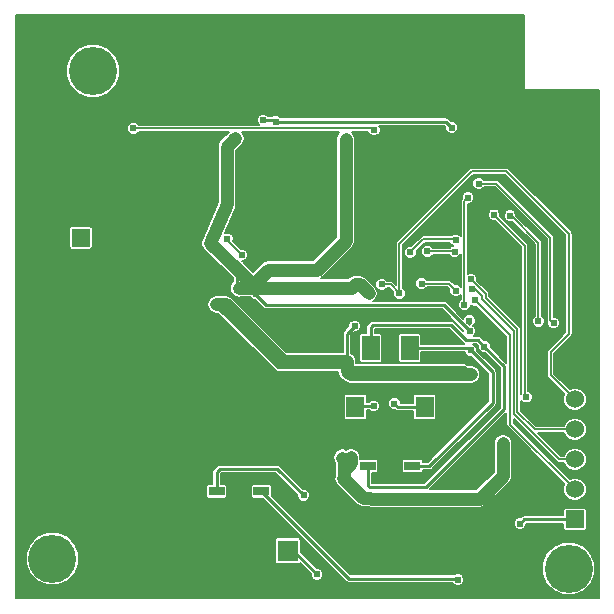
<source format=gbl>
G04 (created by PCBNEW (2013-07-07 BZR 4022)-stable) date Mon 15 Dec 2014 10:20:57 PM EET*
%MOIN*%
G04 Gerber Fmt 3.4, Leading zero omitted, Abs format*
%FSLAX34Y34*%
G01*
G70*
G90*
G04 APERTURE LIST*
%ADD10C,0.006*%
%ADD11R,0.0531496X0.0295276*%
%ADD12R,0.06X0.08*%
%ADD13R,0.06X0.06*%
%ADD14C,0.06*%
%ADD15R,0.0610236X0.0708661*%
%ADD16R,0.0688976X0.0708661*%
%ADD17C,0.0244094*%
%ADD18C,0.16*%
%ADD19C,0.01*%
%ADD20C,0.0442913*%
%ADD21C,0.00598425*%
G04 APERTURE END LIST*
G54D10*
G54D11*
X92133Y-59283D03*
X93629Y-59283D03*
X87098Y-60125D03*
X88594Y-60125D03*
G54D12*
X93531Y-55346D03*
X92231Y-55346D03*
G54D13*
X82578Y-51673D03*
G54D14*
X81578Y-51673D03*
G54D13*
X99043Y-61062D03*
G54D14*
X99043Y-60062D03*
X99043Y-59062D03*
X99043Y-58062D03*
X99043Y-57062D03*
X99043Y-56062D03*
G54D15*
X91730Y-57314D03*
X94033Y-57314D03*
G54D16*
X86659Y-62106D03*
X89474Y-62106D03*
G54D17*
X97185Y-46870D03*
X97185Y-46594D03*
X97185Y-46318D03*
X97185Y-46043D03*
X97185Y-45748D03*
X97185Y-45413D03*
X97185Y-45059D03*
X97185Y-44685D03*
X97165Y-44429D03*
X97460Y-46909D03*
X97755Y-46909D03*
X98070Y-46909D03*
X98385Y-46909D03*
X99370Y-46909D03*
X99645Y-46909D03*
X98248Y-47185D03*
X98051Y-47381D03*
X97795Y-47637D03*
X97578Y-47854D03*
X97381Y-48051D03*
X97165Y-48267D03*
X97755Y-48996D03*
X97972Y-48799D03*
X98208Y-48562D03*
X98444Y-48326D03*
X98681Y-48090D03*
X98917Y-47854D03*
X99153Y-47618D03*
X99350Y-47381D03*
X99370Y-47145D03*
X92539Y-51200D03*
X92535Y-51606D03*
X92539Y-52259D03*
X91877Y-51559D03*
X91763Y-52106D03*
X91425Y-52448D03*
X90850Y-50885D03*
X90822Y-51448D03*
X96011Y-46389D03*
X95893Y-46929D03*
X95905Y-47523D03*
X96755Y-47283D03*
X96661Y-48090D03*
X95885Y-48712D03*
X95429Y-48838D03*
X96496Y-48413D03*
X95366Y-47692D03*
X96543Y-46598D03*
X94905Y-46724D03*
X93228Y-47039D03*
X93381Y-46629D03*
X92503Y-46342D03*
X93129Y-46220D03*
X92870Y-46610D03*
X91811Y-46850D03*
X90921Y-46669D03*
X90169Y-45429D03*
X89799Y-45799D03*
X91011Y-44578D03*
X91771Y-44590D03*
X92559Y-44740D03*
X93409Y-44688D03*
X89129Y-44590D03*
X88208Y-44740D03*
X88031Y-45551D03*
X85149Y-44759D03*
X84208Y-45330D03*
X84629Y-45929D03*
X80818Y-46740D03*
X83779Y-44598D03*
X83039Y-44669D03*
X83551Y-47444D03*
X84133Y-46846D03*
X84448Y-47326D03*
X81870Y-47354D03*
X81059Y-47291D03*
X84629Y-44818D03*
X89173Y-47220D03*
X87779Y-46484D03*
X87795Y-47370D03*
X84921Y-49192D03*
X85822Y-49543D03*
X84720Y-49917D03*
X85295Y-49763D03*
X85141Y-48641D03*
X86570Y-49940D03*
X86185Y-50543D03*
X84968Y-50641D03*
X80850Y-49590D03*
X80669Y-51133D03*
X80791Y-52696D03*
X83236Y-52708D03*
X84161Y-52996D03*
X84196Y-51118D03*
X85633Y-58948D03*
X86248Y-58822D03*
X86602Y-58259D03*
X86421Y-57681D03*
X85338Y-57492D03*
X85015Y-57830D03*
X85023Y-58295D03*
X85240Y-58724D03*
X85929Y-57385D03*
X85007Y-56980D03*
X84448Y-57657D03*
X84377Y-58433D03*
X84909Y-59299D03*
X85799Y-59570D03*
X86610Y-59358D03*
X87157Y-58677D03*
X87240Y-57992D03*
X87066Y-57464D03*
X86763Y-57086D03*
X86370Y-56834D03*
X85917Y-56724D03*
X85429Y-56767D03*
X84681Y-57251D03*
X91240Y-61169D03*
X93031Y-61019D03*
X94409Y-61940D03*
X94440Y-62385D03*
X95370Y-61078D03*
X96212Y-60933D03*
X96673Y-61425D03*
X95055Y-61996D03*
X90944Y-63389D03*
X96539Y-63389D03*
X96913Y-62759D03*
X97574Y-62909D03*
X99641Y-61838D03*
X98220Y-61618D03*
X97566Y-59248D03*
X97551Y-59625D03*
X95838Y-61251D03*
X95118Y-61551D03*
X95988Y-59051D03*
X98259Y-60051D03*
X84039Y-59850D03*
X85094Y-60181D03*
X83401Y-59055D03*
X97649Y-55948D03*
X97645Y-56421D03*
X99374Y-54433D03*
X99389Y-52409D03*
X98559Y-49736D03*
X99118Y-48893D03*
X99259Y-50681D03*
X99330Y-49594D03*
X91885Y-54255D03*
X89649Y-55251D03*
X90240Y-56921D03*
X92330Y-57858D03*
X94318Y-58015D03*
X91078Y-57846D03*
X92681Y-57870D03*
X91055Y-56531D03*
X91649Y-56704D03*
X89000Y-50350D03*
G54D18*
X82980Y-46110D03*
X98838Y-62700D03*
X81629Y-62370D03*
G54D17*
X95358Y-53909D03*
X95480Y-50330D03*
X92607Y-53225D03*
X93196Y-53523D03*
X95035Y-52141D03*
X95602Y-53385D03*
X94127Y-52129D03*
X95066Y-51744D03*
X95578Y-53059D03*
X93552Y-52157D03*
X95716Y-53751D03*
X95074Y-53437D03*
X93931Y-53204D03*
X96881Y-50940D03*
X97830Y-54452D03*
X95842Y-49866D03*
X98338Y-54515D03*
X96346Y-50909D03*
X97425Y-56984D03*
X87460Y-51716D03*
X87944Y-52244D03*
X84326Y-48027D03*
X92354Y-48082D03*
X88648Y-47753D03*
X94940Y-48000D03*
X89065Y-47798D03*
X88751Y-49488D03*
X88366Y-49488D03*
X89484Y-49594D03*
X90885Y-50460D03*
X91850Y-51212D03*
X92472Y-50799D03*
X87228Y-63468D03*
X85799Y-58169D03*
X85535Y-50381D03*
X90673Y-57448D03*
X89460Y-51519D03*
X86889Y-52862D03*
X89389Y-54389D03*
X96023Y-55299D03*
X95566Y-55421D03*
X93023Y-57204D03*
X90000Y-60251D03*
X95145Y-63074D03*
X92338Y-57279D03*
X90448Y-62893D03*
X87448Y-50173D03*
X87440Y-49803D03*
X92165Y-53519D03*
X89047Y-55574D03*
X88405Y-53539D03*
X95527Y-54440D03*
X87787Y-52720D03*
X87795Y-53409D03*
X96644Y-58527D03*
X91287Y-59007D03*
X89362Y-55846D03*
X89692Y-55803D03*
X91708Y-53228D03*
X96644Y-59598D03*
X91342Y-59460D03*
X97216Y-61200D03*
X91708Y-54610D03*
X91405Y-48366D03*
X87724Y-48362D03*
X87448Y-50551D03*
X88149Y-53334D03*
X95535Y-54779D03*
X95582Y-56224D03*
X87090Y-53893D03*
X91448Y-55783D03*
X87511Y-53988D03*
G54D10*
X95358Y-50452D02*
X95358Y-53909D01*
X95480Y-50330D02*
X95358Y-50452D01*
X98846Y-54846D02*
X98846Y-54874D01*
X93196Y-51870D02*
X95610Y-49456D01*
X95610Y-49456D02*
X96759Y-49456D01*
X96759Y-49456D02*
X98846Y-51543D01*
X98846Y-51543D02*
X98846Y-54846D01*
X93196Y-53523D02*
X93196Y-51870D01*
X98236Y-56255D02*
X99043Y-57062D01*
X98236Y-55484D02*
X98236Y-56255D01*
X98846Y-54874D02*
X98236Y-55484D01*
X92898Y-53225D02*
X92607Y-53225D01*
X93196Y-53523D02*
X92898Y-53225D01*
X99043Y-59062D02*
X98527Y-59062D01*
X95023Y-52129D02*
X94127Y-52129D01*
X95035Y-52141D02*
X95023Y-52129D01*
X95720Y-53385D02*
X95602Y-53385D01*
X95944Y-53610D02*
X95720Y-53385D01*
X95944Y-53712D02*
X95944Y-53610D01*
X97003Y-54771D02*
X95944Y-53712D01*
X97003Y-57539D02*
X97003Y-54771D01*
X98527Y-59062D02*
X97003Y-57539D01*
X94125Y-52133D02*
X94125Y-52131D01*
X94125Y-52131D02*
X94127Y-52129D01*
X99043Y-58062D02*
X97698Y-58062D01*
X93993Y-51716D02*
X93552Y-52157D01*
X95039Y-51716D02*
X93993Y-51716D01*
X95066Y-51744D02*
X95039Y-51716D01*
X96066Y-53547D02*
X95578Y-53059D01*
X96066Y-53663D02*
X96066Y-53547D01*
X97125Y-54722D02*
X96066Y-53663D01*
X97125Y-57490D02*
X97125Y-54722D01*
X97698Y-58062D02*
X97125Y-57490D01*
X93552Y-52157D02*
X93551Y-52157D01*
X93931Y-53204D02*
X94842Y-53204D01*
X96881Y-57901D02*
X99043Y-60062D01*
X96881Y-54917D02*
X96881Y-57901D01*
X95716Y-53751D02*
X96881Y-54917D01*
X94842Y-53204D02*
X95074Y-53437D01*
X93931Y-53204D02*
X93933Y-53204D01*
X96933Y-50940D02*
X96881Y-50940D01*
X97830Y-51838D02*
X96933Y-50940D01*
X97830Y-54452D02*
X97830Y-51838D01*
X96417Y-49866D02*
X95842Y-49866D01*
X98228Y-51677D02*
X96417Y-49866D01*
X98228Y-54405D02*
X98228Y-51677D01*
X98338Y-54515D02*
X98228Y-54405D01*
X97370Y-51933D02*
X96346Y-50909D01*
X97370Y-56929D02*
X97370Y-51933D01*
X97425Y-56984D02*
X97370Y-56929D01*
X87460Y-51759D02*
X87460Y-51716D01*
X87944Y-52244D02*
X87460Y-51759D01*
X92299Y-48027D02*
X84326Y-48027D01*
X92354Y-48082D02*
X92299Y-48027D01*
G54D19*
X88648Y-47753D02*
X89020Y-47753D01*
X89020Y-47753D02*
X89065Y-47798D01*
X88648Y-47753D02*
X88645Y-47755D01*
X94940Y-48000D02*
X94738Y-47798D01*
X94738Y-47798D02*
X89065Y-47798D01*
G54D10*
X88795Y-49519D02*
X88783Y-49519D01*
X88783Y-49519D02*
X88751Y-49488D01*
G54D20*
X89594Y-49484D02*
X89484Y-49594D01*
X89909Y-49484D02*
X89594Y-49484D01*
X90885Y-50460D02*
X89909Y-49484D01*
G54D19*
X92059Y-51212D02*
X91850Y-51212D01*
X92472Y-50799D02*
X92059Y-51212D01*
X86659Y-62899D02*
X86659Y-62106D01*
X87228Y-63468D02*
X86659Y-62899D01*
X85799Y-58169D02*
X89952Y-58169D01*
X85799Y-50645D02*
X85799Y-58169D01*
X85535Y-50381D02*
X85799Y-50645D01*
X81578Y-51673D02*
X81578Y-53948D01*
X81578Y-53948D02*
X85799Y-58169D01*
X89952Y-58169D02*
X90673Y-57448D01*
X88354Y-54326D02*
X86889Y-52862D01*
X89326Y-54326D02*
X88354Y-54326D01*
X89389Y-54389D02*
X89326Y-54326D01*
X92231Y-55346D02*
X92231Y-54646D01*
X95803Y-55078D02*
X96023Y-55299D01*
X95409Y-55078D02*
X95803Y-55078D01*
X94901Y-54570D02*
X95409Y-55078D01*
X92307Y-54570D02*
X94901Y-54570D01*
X92231Y-54646D02*
X92307Y-54570D01*
X92133Y-59283D02*
X92133Y-59921D01*
X96673Y-55948D02*
X96023Y-55299D01*
X96673Y-57389D02*
X96673Y-55948D01*
X94078Y-59984D02*
X96673Y-57389D01*
X92196Y-59984D02*
X94078Y-59984D01*
X92133Y-59921D02*
X92196Y-59984D01*
X93629Y-59283D02*
X94196Y-59283D01*
X96299Y-56153D02*
X95566Y-55421D01*
X96299Y-57181D02*
X96299Y-56153D01*
X94196Y-59283D02*
X96299Y-57181D01*
X93531Y-55346D02*
X95492Y-55346D01*
X95492Y-55346D02*
X95566Y-55421D01*
X93023Y-57204D02*
X93133Y-57314D01*
X93133Y-57314D02*
X94033Y-57314D01*
G54D10*
X94033Y-57314D02*
X93133Y-57314D01*
G54D19*
X87098Y-59472D02*
X87098Y-60125D01*
X87200Y-59370D02*
X87098Y-59472D01*
X89118Y-59370D02*
X87200Y-59370D01*
X90000Y-60251D02*
X89118Y-59370D01*
X91500Y-63031D02*
X88594Y-60125D01*
X95102Y-63031D02*
X91500Y-63031D01*
X95145Y-63074D02*
X95102Y-63031D01*
X92338Y-57279D02*
X91765Y-57279D01*
X91765Y-57279D02*
X91730Y-57314D01*
X89474Y-62106D02*
X89661Y-62106D01*
X89661Y-62106D02*
X90448Y-62893D01*
G54D20*
X88149Y-53334D02*
X88149Y-53082D01*
X88149Y-53082D02*
X87787Y-52720D01*
X87448Y-50551D02*
X87448Y-50173D01*
X88149Y-53334D02*
X88228Y-53334D01*
X91405Y-51779D02*
X91405Y-48366D01*
X90444Y-52740D02*
X91405Y-51779D01*
X88822Y-52740D02*
X90444Y-52740D01*
X88228Y-53334D02*
X88822Y-52740D01*
X87448Y-50173D02*
X87448Y-49803D01*
G54D19*
X87440Y-49803D02*
X87448Y-49811D01*
X87448Y-49811D02*
X87440Y-49803D01*
X87440Y-49803D02*
X87448Y-49803D01*
G54D20*
X87787Y-52720D02*
X86889Y-51858D01*
X86889Y-51858D02*
X87448Y-50551D01*
X87448Y-49803D02*
X87448Y-50000D01*
X87448Y-50000D02*
X87448Y-48637D01*
X87448Y-48637D02*
X87724Y-48362D01*
X91708Y-53228D02*
X91874Y-53228D01*
G54D19*
X92000Y-53519D02*
X91708Y-53228D01*
X92165Y-53519D02*
X92000Y-53519D01*
G54D20*
X91874Y-53228D02*
X92165Y-53519D01*
X88149Y-53334D02*
X91602Y-53334D01*
X91602Y-53334D02*
X91708Y-53228D01*
X91342Y-59460D02*
X91342Y-59062D01*
X91342Y-59062D02*
X91287Y-59007D01*
X88149Y-53334D02*
X87870Y-53334D01*
X87870Y-53334D02*
X87850Y-53354D01*
X91405Y-48759D02*
X91405Y-48366D01*
G54D19*
X91405Y-48759D02*
X91405Y-48366D01*
G54D20*
X91342Y-59460D02*
X91342Y-59429D01*
X91342Y-59429D02*
X91582Y-59188D01*
X91582Y-59188D02*
X91582Y-58992D01*
X91342Y-59460D02*
X91342Y-59681D01*
X91342Y-59681D02*
X91330Y-59692D01*
X92216Y-60334D02*
X92251Y-60370D01*
X92216Y-60334D02*
X91972Y-60334D01*
X91972Y-60334D02*
X91330Y-59692D01*
X96644Y-58527D02*
X96644Y-59598D01*
X96644Y-59598D02*
X95873Y-60370D01*
X95873Y-60370D02*
X92251Y-60370D01*
X91448Y-55783D02*
X91448Y-56118D01*
X91555Y-56224D02*
X95582Y-56224D01*
X91448Y-56118D02*
X91555Y-56224D01*
X87090Y-53893D02*
X87409Y-53893D01*
X87409Y-53893D02*
X89299Y-55783D01*
X89299Y-55783D02*
X91448Y-55783D01*
G54D19*
X95523Y-54562D02*
X95523Y-54444D01*
X95523Y-54444D02*
X95527Y-54440D01*
G54D10*
X87787Y-52720D02*
X87795Y-52720D01*
X87787Y-52720D02*
X87795Y-52720D01*
G54D19*
X87795Y-52720D02*
X87795Y-53409D01*
G54D10*
X88405Y-53590D02*
X88405Y-53539D01*
X88379Y-53564D02*
X88405Y-53539D01*
X88405Y-53539D02*
X88379Y-53564D01*
G54D19*
X96644Y-58527D02*
X96645Y-58527D01*
X91287Y-59007D02*
X91287Y-59011D01*
X89047Y-55523D02*
X89047Y-55574D01*
X89072Y-55549D02*
X89047Y-55574D01*
X89047Y-55574D02*
X89072Y-55549D01*
X89692Y-55803D02*
X89692Y-55779D01*
X89692Y-55779D02*
X89692Y-55803D01*
X89692Y-55803D02*
X89692Y-55779D01*
X95873Y-60370D02*
X92251Y-60370D01*
X95873Y-60370D02*
X96644Y-59598D01*
X97354Y-61062D02*
X99043Y-61062D01*
X97216Y-61200D02*
X97354Y-61062D01*
X91448Y-55783D02*
X91448Y-54870D01*
X91448Y-54870D02*
X91708Y-54610D01*
X87448Y-50551D02*
X87448Y-48637D01*
X87448Y-48637D02*
X87724Y-48362D01*
X86889Y-51858D02*
X87448Y-50551D01*
X88736Y-53921D02*
X88405Y-53590D01*
X94677Y-53921D02*
X88736Y-53921D01*
X95535Y-54779D02*
X94677Y-53921D01*
X88405Y-53590D02*
X88149Y-53334D01*
X87090Y-53940D02*
X87090Y-53893D01*
X95582Y-56224D02*
X95354Y-55996D01*
X95354Y-55996D02*
X89145Y-55996D01*
X89145Y-55996D02*
X87090Y-53940D01*
X91448Y-55783D02*
X91444Y-55779D01*
X91444Y-55779D02*
X89692Y-55779D01*
X89692Y-55779D02*
X89303Y-55779D01*
X89303Y-55779D02*
X89047Y-55523D01*
X89047Y-55523D02*
X87511Y-53988D01*
G54D10*
G36*
X91184Y-48147D02*
X91117Y-48246D01*
X91094Y-48366D01*
X91094Y-48759D01*
X91094Y-51650D01*
X90315Y-52428D01*
X88822Y-52428D01*
X88703Y-52452D01*
X88663Y-52479D01*
X88602Y-52519D01*
X88602Y-52519D01*
X88314Y-52807D01*
X88007Y-52500D01*
X88007Y-52499D01*
X88003Y-52495D01*
X87963Y-52456D01*
X87986Y-52456D01*
X88064Y-52423D01*
X88124Y-52364D01*
X88156Y-52286D01*
X88156Y-52202D01*
X88124Y-52124D01*
X88065Y-52064D01*
X87987Y-52032D01*
X87902Y-52032D01*
X87902Y-52032D01*
X87659Y-51789D01*
X87672Y-51758D01*
X87672Y-51674D01*
X87640Y-51596D01*
X87580Y-51536D01*
X87502Y-51504D01*
X87418Y-51504D01*
X87371Y-51523D01*
X87736Y-50674D01*
X87761Y-50555D01*
X87760Y-50550D01*
X87760Y-50173D01*
X87760Y-50000D01*
X87760Y-49803D01*
X87760Y-48766D01*
X87944Y-48582D01*
X88012Y-48481D01*
X88035Y-48362D01*
X88012Y-48243D01*
X87948Y-48147D01*
X91184Y-48147D01*
X91184Y-48147D01*
G37*
G54D21*
X91184Y-48147D02*
X91117Y-48246D01*
X91094Y-48366D01*
X91094Y-48759D01*
X91094Y-51650D01*
X90315Y-52428D01*
X88822Y-52428D01*
X88703Y-52452D01*
X88663Y-52479D01*
X88602Y-52519D01*
X88602Y-52519D01*
X88314Y-52807D01*
X88007Y-52500D01*
X88007Y-52499D01*
X88003Y-52495D01*
X87963Y-52456D01*
X87986Y-52456D01*
X88064Y-52423D01*
X88124Y-52364D01*
X88156Y-52286D01*
X88156Y-52202D01*
X88124Y-52124D01*
X88065Y-52064D01*
X87987Y-52032D01*
X87902Y-52032D01*
X87902Y-52032D01*
X87659Y-51789D01*
X87672Y-51758D01*
X87672Y-51674D01*
X87640Y-51596D01*
X87580Y-51536D01*
X87502Y-51504D01*
X87418Y-51504D01*
X87371Y-51523D01*
X87736Y-50674D01*
X87761Y-50555D01*
X87760Y-50550D01*
X87760Y-50173D01*
X87760Y-50000D01*
X87760Y-49803D01*
X87760Y-48766D01*
X87944Y-48582D01*
X88012Y-48481D01*
X88035Y-48362D01*
X88012Y-48243D01*
X87948Y-48147D01*
X91184Y-48147D01*
G54D10*
G36*
X99841Y-63695D02*
X99728Y-63695D01*
X99728Y-62524D01*
X99593Y-62197D01*
X99433Y-62036D01*
X99433Y-59985D01*
X99374Y-59842D01*
X99264Y-59732D01*
X99121Y-59673D01*
X98966Y-59673D01*
X98864Y-59714D01*
X97001Y-57851D01*
X97001Y-57706D01*
X98442Y-59147D01*
X98442Y-59147D01*
X98481Y-59173D01*
X98481Y-59173D01*
X98527Y-59182D01*
X98670Y-59182D01*
X98712Y-59283D01*
X98822Y-59393D01*
X98965Y-59452D01*
X99120Y-59452D01*
X99263Y-59393D01*
X99373Y-59284D01*
X99433Y-59140D01*
X99433Y-58985D01*
X99374Y-58842D01*
X99264Y-58732D01*
X99121Y-58673D01*
X98966Y-58673D01*
X98822Y-58732D01*
X98712Y-58841D01*
X98670Y-58943D01*
X98577Y-58943D01*
X97817Y-58182D01*
X98670Y-58182D01*
X98712Y-58283D01*
X98822Y-58393D01*
X98965Y-58452D01*
X99120Y-58452D01*
X99263Y-58393D01*
X99373Y-58284D01*
X99433Y-58140D01*
X99433Y-57985D01*
X99433Y-56985D01*
X99374Y-56842D01*
X99264Y-56732D01*
X99121Y-56673D01*
X98966Y-56673D01*
X98864Y-56714D01*
X98356Y-56206D01*
X98356Y-55533D01*
X98931Y-54958D01*
X98957Y-54919D01*
X98957Y-54919D01*
X98966Y-54874D01*
X98966Y-54846D01*
X98966Y-51543D01*
X98966Y-51543D01*
X98966Y-51543D01*
X98964Y-51534D01*
X98957Y-51497D01*
X98957Y-51497D01*
X98931Y-51458D01*
X98931Y-51458D01*
X96844Y-49371D01*
X96805Y-49345D01*
X96759Y-49336D01*
X95610Y-49336D01*
X95564Y-49345D01*
X95525Y-49371D01*
X95525Y-49371D01*
X93111Y-51785D01*
X93085Y-51824D01*
X93076Y-51870D01*
X93076Y-53233D01*
X92983Y-53140D01*
X92944Y-53114D01*
X92898Y-53105D01*
X92787Y-53105D01*
X92727Y-53045D01*
X92649Y-53013D01*
X92565Y-53013D01*
X92487Y-53045D01*
X92427Y-53105D01*
X92395Y-53183D01*
X92395Y-53267D01*
X92427Y-53345D01*
X92487Y-53405D01*
X92565Y-53437D01*
X92649Y-53437D01*
X92727Y-53405D01*
X92787Y-53345D01*
X92787Y-53345D01*
X92848Y-53345D01*
X92984Y-53481D01*
X92984Y-53565D01*
X93016Y-53643D01*
X93076Y-53703D01*
X93154Y-53735D01*
X93238Y-53735D01*
X93316Y-53703D01*
X93376Y-53643D01*
X93408Y-53565D01*
X93408Y-53481D01*
X93376Y-53403D01*
X93316Y-53343D01*
X93316Y-53343D01*
X93316Y-51920D01*
X95659Y-49576D01*
X96710Y-49576D01*
X98726Y-51592D01*
X98726Y-54824D01*
X98550Y-55000D01*
X98550Y-54473D01*
X98518Y-54395D01*
X98458Y-54336D01*
X98380Y-54303D01*
X98348Y-54303D01*
X98348Y-51677D01*
X98339Y-51631D01*
X98339Y-51631D01*
X98313Y-51592D01*
X98313Y-51592D01*
X96502Y-49781D01*
X96463Y-49755D01*
X96417Y-49746D01*
X96022Y-49746D01*
X95962Y-49686D01*
X95884Y-49654D01*
X95800Y-49654D01*
X95722Y-49686D01*
X95662Y-49745D01*
X95630Y-49823D01*
X95630Y-49908D01*
X95662Y-49986D01*
X95722Y-50045D01*
X95800Y-50078D01*
X95884Y-50078D01*
X95962Y-50045D01*
X96022Y-49986D01*
X96022Y-49986D01*
X96367Y-49986D01*
X98108Y-51726D01*
X98108Y-54405D01*
X98117Y-54451D01*
X98128Y-54468D01*
X98126Y-54473D01*
X98126Y-54557D01*
X98158Y-54635D01*
X98218Y-54695D01*
X98296Y-54727D01*
X98380Y-54727D01*
X98458Y-54695D01*
X98518Y-54635D01*
X98550Y-54558D01*
X98550Y-54473D01*
X98550Y-55000D01*
X98151Y-55399D01*
X98125Y-55438D01*
X98116Y-55484D01*
X98116Y-56255D01*
X98125Y-56301D01*
X98151Y-56340D01*
X98695Y-56884D01*
X98653Y-56985D01*
X98653Y-57140D01*
X98712Y-57283D01*
X98822Y-57393D01*
X98965Y-57452D01*
X99120Y-57452D01*
X99263Y-57393D01*
X99373Y-57284D01*
X99433Y-57140D01*
X99433Y-56985D01*
X99433Y-57985D01*
X99374Y-57842D01*
X99264Y-57732D01*
X99121Y-57673D01*
X98966Y-57673D01*
X98822Y-57732D01*
X98712Y-57841D01*
X98670Y-57943D01*
X98042Y-57943D01*
X98042Y-54410D01*
X98010Y-54332D01*
X97950Y-54273D01*
X97950Y-54273D01*
X97950Y-51838D01*
X97950Y-51838D01*
X97950Y-51838D01*
X97948Y-51829D01*
X97941Y-51792D01*
X97941Y-51792D01*
X97915Y-51753D01*
X97915Y-51753D01*
X97093Y-50932D01*
X97093Y-50898D01*
X97061Y-50821D01*
X97002Y-50761D01*
X96924Y-50729D01*
X96839Y-50728D01*
X96761Y-50761D01*
X96702Y-50820D01*
X96669Y-50898D01*
X96669Y-50982D01*
X96702Y-51060D01*
X96761Y-51120D01*
X96839Y-51152D01*
X96923Y-51152D01*
X96960Y-51137D01*
X97710Y-51888D01*
X97710Y-54272D01*
X97651Y-54332D01*
X97618Y-54410D01*
X97618Y-54494D01*
X97650Y-54572D01*
X97710Y-54632D01*
X97788Y-54664D01*
X97872Y-54664D01*
X97950Y-54632D01*
X98010Y-54572D01*
X98042Y-54495D01*
X98042Y-54410D01*
X98042Y-57943D01*
X97748Y-57943D01*
X97245Y-57440D01*
X97245Y-57104D01*
X97304Y-57163D01*
X97382Y-57196D01*
X97467Y-57196D01*
X97545Y-57164D01*
X97604Y-57104D01*
X97637Y-57026D01*
X97637Y-56942D01*
X97605Y-56864D01*
X97545Y-56804D01*
X97490Y-56781D01*
X97490Y-51933D01*
X97480Y-51887D01*
X97480Y-51887D01*
X97454Y-51848D01*
X96558Y-50951D01*
X96558Y-50867D01*
X96526Y-50789D01*
X96466Y-50729D01*
X96388Y-50697D01*
X96304Y-50697D01*
X96226Y-50729D01*
X96166Y-50789D01*
X96134Y-50867D01*
X96134Y-50951D01*
X96166Y-51029D01*
X96226Y-51089D01*
X96304Y-51121D01*
X96388Y-51121D01*
X96388Y-51121D01*
X97250Y-51982D01*
X97250Y-56859D01*
X97245Y-56863D01*
X97245Y-54722D01*
X97236Y-54676D01*
X97236Y-54676D01*
X97210Y-54637D01*
X97210Y-54637D01*
X96186Y-53613D01*
X96186Y-53547D01*
X96186Y-53547D01*
X96186Y-53547D01*
X96185Y-53538D01*
X96177Y-53501D01*
X96177Y-53501D01*
X96151Y-53462D01*
X96151Y-53462D01*
X95790Y-53101D01*
X95790Y-53017D01*
X95758Y-52939D01*
X95698Y-52879D01*
X95621Y-52847D01*
X95536Y-52847D01*
X95478Y-52871D01*
X95478Y-50542D01*
X95522Y-50542D01*
X95600Y-50510D01*
X95659Y-50450D01*
X95692Y-50373D01*
X95692Y-50288D01*
X95660Y-50210D01*
X95600Y-50151D01*
X95522Y-50118D01*
X95438Y-50118D01*
X95360Y-50150D01*
X95300Y-50210D01*
X95268Y-50288D01*
X95268Y-50372D01*
X95269Y-50374D01*
X95247Y-50406D01*
X95238Y-50452D01*
X95238Y-51615D01*
X95187Y-51564D01*
X95109Y-51532D01*
X95024Y-51532D01*
X94947Y-51564D01*
X94914Y-51596D01*
X93993Y-51596D01*
X93947Y-51605D01*
X93908Y-51631D01*
X93594Y-51945D01*
X93510Y-51945D01*
X93432Y-51977D01*
X93372Y-52037D01*
X93340Y-52115D01*
X93340Y-52199D01*
X93372Y-52277D01*
X93432Y-52337D01*
X93510Y-52369D01*
X93594Y-52369D01*
X93672Y-52337D01*
X93732Y-52277D01*
X93764Y-52199D01*
X93764Y-52115D01*
X93764Y-52115D01*
X94043Y-51836D01*
X94875Y-51836D01*
X94887Y-51864D01*
X94946Y-51923D01*
X94977Y-51936D01*
X94915Y-51961D01*
X94867Y-52010D01*
X94307Y-52010D01*
X94247Y-51950D01*
X94169Y-51917D01*
X94085Y-51917D01*
X94007Y-51950D01*
X93947Y-52009D01*
X93915Y-52087D01*
X93915Y-52171D01*
X93947Y-52249D01*
X94007Y-52309D01*
X94085Y-52341D01*
X94169Y-52341D01*
X94247Y-52309D01*
X94307Y-52250D01*
X94307Y-52249D01*
X94850Y-52249D01*
X94855Y-52261D01*
X94915Y-52321D01*
X94993Y-52353D01*
X95077Y-52353D01*
X95155Y-52321D01*
X95215Y-52261D01*
X95238Y-52205D01*
X95238Y-53300D01*
X95195Y-53257D01*
X95117Y-53225D01*
X95032Y-53225D01*
X95032Y-53225D01*
X94927Y-53119D01*
X94888Y-53093D01*
X94842Y-53084D01*
X94111Y-53084D01*
X94051Y-53025D01*
X93973Y-52992D01*
X93889Y-52992D01*
X93811Y-53024D01*
X93751Y-53084D01*
X93719Y-53162D01*
X93719Y-53246D01*
X93751Y-53324D01*
X93811Y-53384D01*
X93889Y-53416D01*
X93973Y-53416D01*
X94051Y-53384D01*
X94111Y-53324D01*
X94111Y-53324D01*
X94792Y-53324D01*
X94862Y-53394D01*
X94862Y-53478D01*
X94895Y-53556D01*
X94954Y-53616D01*
X95032Y-53648D01*
X95116Y-53649D01*
X95194Y-53616D01*
X95238Y-53573D01*
X95238Y-53729D01*
X95178Y-53789D01*
X95146Y-53867D01*
X95146Y-53951D01*
X95178Y-54029D01*
X95238Y-54089D01*
X95315Y-54121D01*
X95400Y-54121D01*
X95478Y-54089D01*
X95537Y-54029D01*
X95570Y-53951D01*
X95570Y-53905D01*
X95596Y-53931D01*
X95674Y-53963D01*
X95758Y-53963D01*
X95758Y-53963D01*
X96761Y-54966D01*
X96761Y-55839D01*
X96235Y-55313D01*
X96235Y-55257D01*
X96203Y-55179D01*
X96143Y-55119D01*
X96065Y-55087D01*
X96009Y-55087D01*
X95902Y-54979D01*
X95856Y-54949D01*
X95803Y-54938D01*
X95675Y-54938D01*
X95715Y-54899D01*
X95747Y-54821D01*
X95747Y-54737D01*
X95715Y-54659D01*
X95661Y-54606D01*
X95707Y-54561D01*
X95739Y-54483D01*
X95739Y-54398D01*
X95707Y-54321D01*
X95647Y-54261D01*
X95569Y-54229D01*
X95485Y-54228D01*
X95407Y-54261D01*
X95347Y-54320D01*
X95326Y-54372D01*
X94776Y-53822D01*
X94730Y-53791D01*
X94677Y-53781D01*
X92323Y-53781D01*
X92385Y-53739D01*
X92453Y-53638D01*
X92476Y-53519D01*
X92453Y-53400D01*
X92385Y-53299D01*
X92094Y-53008D01*
X91993Y-52940D01*
X91874Y-52916D01*
X91708Y-52916D01*
X91589Y-52940D01*
X91488Y-53008D01*
X91488Y-53008D01*
X91473Y-53023D01*
X90570Y-53023D01*
X90665Y-52960D01*
X91625Y-51999D01*
X91693Y-51898D01*
X91716Y-51779D01*
X91716Y-48759D01*
X91716Y-48366D01*
X91693Y-48246D01*
X91626Y-48147D01*
X92151Y-48147D01*
X92174Y-48202D01*
X92234Y-48262D01*
X92311Y-48294D01*
X92396Y-48294D01*
X92474Y-48262D01*
X92533Y-48202D01*
X92566Y-48125D01*
X92566Y-48040D01*
X92534Y-47962D01*
X92509Y-47938D01*
X94680Y-47938D01*
X94728Y-47986D01*
X94728Y-48042D01*
X94760Y-48120D01*
X94820Y-48180D01*
X94898Y-48212D01*
X94982Y-48212D01*
X95060Y-48180D01*
X95120Y-48120D01*
X95152Y-48042D01*
X95152Y-47958D01*
X95120Y-47880D01*
X95060Y-47820D01*
X94982Y-47788D01*
X94926Y-47788D01*
X94837Y-47699D01*
X94791Y-47669D01*
X94738Y-47658D01*
X89225Y-47658D01*
X89185Y-47618D01*
X89107Y-47586D01*
X89023Y-47586D01*
X88958Y-47613D01*
X88808Y-47613D01*
X88768Y-47573D01*
X88690Y-47541D01*
X88606Y-47541D01*
X88528Y-47573D01*
X88468Y-47633D01*
X88436Y-47710D01*
X88436Y-47795D01*
X88468Y-47873D01*
X88502Y-47907D01*
X84506Y-47907D01*
X84446Y-47847D01*
X84369Y-47815D01*
X84284Y-47815D01*
X84206Y-47847D01*
X84147Y-47907D01*
X84114Y-47985D01*
X84114Y-48069D01*
X84146Y-48147D01*
X84206Y-48207D01*
X84284Y-48239D01*
X84368Y-48239D01*
X84446Y-48207D01*
X84506Y-48147D01*
X84506Y-48147D01*
X87498Y-48147D01*
X87228Y-48417D01*
X87161Y-48518D01*
X87137Y-48637D01*
X87137Y-49803D01*
X87137Y-50000D01*
X87137Y-50173D01*
X87137Y-50489D01*
X86603Y-51735D01*
X86602Y-51740D01*
X86599Y-51745D01*
X86589Y-51799D01*
X86578Y-51854D01*
X86579Y-51859D01*
X86578Y-51864D01*
X86590Y-51919D01*
X86600Y-51973D01*
X86603Y-51978D01*
X86604Y-51983D01*
X86636Y-52029D01*
X86666Y-52075D01*
X86671Y-52078D01*
X86674Y-52083D01*
X87564Y-52937D01*
X87567Y-52940D01*
X87655Y-53028D01*
X87655Y-53110D01*
X87649Y-53114D01*
X87630Y-53134D01*
X87562Y-53235D01*
X87539Y-53354D01*
X87562Y-53473D01*
X87630Y-53574D01*
X87731Y-53641D01*
X87850Y-53665D01*
X87948Y-53646D01*
X88149Y-53646D01*
X88220Y-53646D01*
X88225Y-53659D01*
X88285Y-53718D01*
X88363Y-53751D01*
X88368Y-53751D01*
X88637Y-54020D01*
X88637Y-54020D01*
X88682Y-54050D01*
X88736Y-54061D01*
X94619Y-54061D01*
X95323Y-54765D01*
X95323Y-54794D01*
X95000Y-54471D01*
X94955Y-54441D01*
X94901Y-54430D01*
X92307Y-54430D01*
X92307Y-54430D01*
X92253Y-54441D01*
X92208Y-54471D01*
X92208Y-54471D01*
X92132Y-54547D01*
X92102Y-54592D01*
X92091Y-54646D01*
X92091Y-54856D01*
X91914Y-54856D01*
X91881Y-54870D01*
X91855Y-54895D01*
X91841Y-54928D01*
X91841Y-54964D01*
X91841Y-55764D01*
X91855Y-55797D01*
X91880Y-55822D01*
X91913Y-55836D01*
X91949Y-55836D01*
X92549Y-55836D01*
X92582Y-55822D01*
X92608Y-55797D01*
X92621Y-55764D01*
X92621Y-55728D01*
X92621Y-54928D01*
X92608Y-54895D01*
X92582Y-54870D01*
X92549Y-54856D01*
X92514Y-54856D01*
X92371Y-54856D01*
X92371Y-54710D01*
X94843Y-54710D01*
X95310Y-55177D01*
X95310Y-55177D01*
X95353Y-55206D01*
X93921Y-55206D01*
X93921Y-54928D01*
X93908Y-54895D01*
X93882Y-54870D01*
X93849Y-54856D01*
X93814Y-54856D01*
X93214Y-54856D01*
X93181Y-54870D01*
X93155Y-54895D01*
X93141Y-54928D01*
X93141Y-54964D01*
X93141Y-55764D01*
X93155Y-55797D01*
X93180Y-55822D01*
X93213Y-55836D01*
X93249Y-55836D01*
X93849Y-55836D01*
X93882Y-55822D01*
X93908Y-55797D01*
X93921Y-55764D01*
X93921Y-55728D01*
X93921Y-55486D01*
X95364Y-55486D01*
X95387Y-55541D01*
X95446Y-55600D01*
X95524Y-55633D01*
X95581Y-55633D01*
X96159Y-56211D01*
X96159Y-57123D01*
X95894Y-57388D01*
X95894Y-56224D01*
X95870Y-56105D01*
X95802Y-56004D01*
X95701Y-55936D01*
X95582Y-55913D01*
X95469Y-55913D01*
X95453Y-55897D01*
X95407Y-55866D01*
X95354Y-55856D01*
X91760Y-55856D01*
X91760Y-55783D01*
X91736Y-55664D01*
X91668Y-55563D01*
X91588Y-55509D01*
X91588Y-54928D01*
X91694Y-54822D01*
X91750Y-54822D01*
X91828Y-54790D01*
X91888Y-54730D01*
X91920Y-54652D01*
X91920Y-54568D01*
X91888Y-54490D01*
X91828Y-54430D01*
X91751Y-54398D01*
X91666Y-54398D01*
X91588Y-54430D01*
X91529Y-54490D01*
X91496Y-54567D01*
X91496Y-54624D01*
X91349Y-54771D01*
X91319Y-54816D01*
X91308Y-54870D01*
X91308Y-55472D01*
X89428Y-55472D01*
X87629Y-53673D01*
X87528Y-53606D01*
X87409Y-53582D01*
X87090Y-53582D01*
X86971Y-53606D01*
X86870Y-53673D01*
X86802Y-53774D01*
X86779Y-53893D01*
X86802Y-54012D01*
X86870Y-54113D01*
X86971Y-54181D01*
X87090Y-54205D01*
X87156Y-54205D01*
X89046Y-56095D01*
X89046Y-56095D01*
X89092Y-56125D01*
X89145Y-56135D01*
X89145Y-56135D01*
X89145Y-56135D01*
X91140Y-56135D01*
X91161Y-56237D01*
X91228Y-56338D01*
X91334Y-56444D01*
X91334Y-56444D01*
X91435Y-56512D01*
X91435Y-56512D01*
X91555Y-56535D01*
X95582Y-56535D01*
X95701Y-56512D01*
X95802Y-56444D01*
X95870Y-56343D01*
X95894Y-56224D01*
X95894Y-57388D01*
X94428Y-58853D01*
X94428Y-57651D01*
X94428Y-56942D01*
X94414Y-56909D01*
X94389Y-56884D01*
X94356Y-56870D01*
X94320Y-56870D01*
X93710Y-56870D01*
X93677Y-56884D01*
X93652Y-56909D01*
X93638Y-56942D01*
X93638Y-56978D01*
X93638Y-57175D01*
X93235Y-57175D01*
X93235Y-57162D01*
X93203Y-57084D01*
X93143Y-57025D01*
X93065Y-56992D01*
X92981Y-56992D01*
X92903Y-57024D01*
X92844Y-57084D01*
X92811Y-57162D01*
X92811Y-57246D01*
X92843Y-57324D01*
X92903Y-57384D01*
X92981Y-57416D01*
X93039Y-57416D01*
X93039Y-57416D01*
X93080Y-57444D01*
X93133Y-57454D01*
X93133Y-57454D01*
X93133Y-57454D01*
X93638Y-57454D01*
X93638Y-57687D01*
X93652Y-57720D01*
X93677Y-57745D01*
X93710Y-57759D01*
X93746Y-57759D01*
X94356Y-57759D01*
X94389Y-57745D01*
X94414Y-57720D01*
X94428Y-57687D01*
X94428Y-57651D01*
X94428Y-58853D01*
X94138Y-59143D01*
X93985Y-59143D01*
X93985Y-59118D01*
X93971Y-59084D01*
X93946Y-59059D01*
X93913Y-59045D01*
X93877Y-59045D01*
X93346Y-59045D01*
X93313Y-59059D01*
X93287Y-59084D01*
X93274Y-59117D01*
X93274Y-59153D01*
X93274Y-59448D01*
X93287Y-59481D01*
X93313Y-59507D01*
X93346Y-59521D01*
X93381Y-59521D01*
X93913Y-59521D01*
X93946Y-59507D01*
X93971Y-59482D01*
X93985Y-59449D01*
X93985Y-59423D01*
X94196Y-59423D01*
X94250Y-59412D01*
X94295Y-59382D01*
X96398Y-57280D01*
X96398Y-57280D01*
X96398Y-57280D01*
X96428Y-57234D01*
X96439Y-57181D01*
X96439Y-56153D01*
X96428Y-56099D01*
X96398Y-56054D01*
X95778Y-55435D01*
X95778Y-55379D01*
X95746Y-55301D01*
X95687Y-55241D01*
X95631Y-55218D01*
X95745Y-55218D01*
X95811Y-55285D01*
X95811Y-55341D01*
X95843Y-55419D01*
X95903Y-55478D01*
X95981Y-55511D01*
X96037Y-55511D01*
X96533Y-56006D01*
X96533Y-57331D01*
X94020Y-59844D01*
X92550Y-59844D01*
X92550Y-57237D01*
X92518Y-57159D01*
X92458Y-57099D01*
X92380Y-57067D01*
X92296Y-57067D01*
X92218Y-57099D01*
X92178Y-57139D01*
X92125Y-57139D01*
X92125Y-56942D01*
X92111Y-56909D01*
X92086Y-56884D01*
X92053Y-56870D01*
X92017Y-56870D01*
X91407Y-56870D01*
X91374Y-56884D01*
X91349Y-56909D01*
X91335Y-56942D01*
X91335Y-56978D01*
X91335Y-57687D01*
X91348Y-57720D01*
X91374Y-57745D01*
X91407Y-57759D01*
X91443Y-57759D01*
X92053Y-57759D01*
X92086Y-57745D01*
X92111Y-57720D01*
X92125Y-57687D01*
X92125Y-57651D01*
X92125Y-57419D01*
X92178Y-57419D01*
X92218Y-57459D01*
X92296Y-57491D01*
X92380Y-57491D01*
X92458Y-57459D01*
X92518Y-57399D01*
X92550Y-57321D01*
X92550Y-57237D01*
X92550Y-59844D01*
X92273Y-59844D01*
X92273Y-59521D01*
X92417Y-59521D01*
X92450Y-59507D01*
X92475Y-59482D01*
X92489Y-59449D01*
X92489Y-59413D01*
X92489Y-59118D01*
X92475Y-59084D01*
X92450Y-59059D01*
X92417Y-59045D01*
X92381Y-59045D01*
X91894Y-59045D01*
X91894Y-58992D01*
X91870Y-58872D01*
X91802Y-58771D01*
X91701Y-58704D01*
X91582Y-58680D01*
X91463Y-58704D01*
X91423Y-58731D01*
X91406Y-58720D01*
X91287Y-58696D01*
X91168Y-58720D01*
X91067Y-58787D01*
X90999Y-58888D01*
X90976Y-59007D01*
X90999Y-59127D01*
X91031Y-59174D01*
X91031Y-59429D01*
X91031Y-59460D01*
X91031Y-59633D01*
X91019Y-59692D01*
X91043Y-59812D01*
X91110Y-59913D01*
X91752Y-60554D01*
X91853Y-60622D01*
X91972Y-60646D01*
X92115Y-60646D01*
X92132Y-60657D01*
X92251Y-60681D01*
X95873Y-60681D01*
X95992Y-60657D01*
X96093Y-60590D01*
X96865Y-59818D01*
X96865Y-59818D01*
X96865Y-59818D01*
X96932Y-59717D01*
X96932Y-59717D01*
X96956Y-59598D01*
X96956Y-58527D01*
X96932Y-58408D01*
X96865Y-58307D01*
X96764Y-58239D01*
X96644Y-58216D01*
X96525Y-58239D01*
X96424Y-58307D01*
X96357Y-58408D01*
X96333Y-58527D01*
X96333Y-59469D01*
X95744Y-60058D01*
X94202Y-60058D01*
X96761Y-57498D01*
X96761Y-57901D01*
X96771Y-57947D01*
X96797Y-57986D01*
X98695Y-59884D01*
X98653Y-59985D01*
X98653Y-60140D01*
X98712Y-60283D01*
X98822Y-60393D01*
X98965Y-60452D01*
X99120Y-60452D01*
X99263Y-60393D01*
X99373Y-60284D01*
X99433Y-60140D01*
X99433Y-59985D01*
X99433Y-62036D01*
X99433Y-62036D01*
X99433Y-61345D01*
X99433Y-60745D01*
X99419Y-60712D01*
X99394Y-60686D01*
X99361Y-60673D01*
X99325Y-60673D01*
X98725Y-60673D01*
X98692Y-60686D01*
X98667Y-60711D01*
X98653Y-60745D01*
X98653Y-60780D01*
X98653Y-60923D01*
X97354Y-60923D01*
X97354Y-60923D01*
X97300Y-60933D01*
X97255Y-60964D01*
X97255Y-60964D01*
X97230Y-60988D01*
X97174Y-60988D01*
X97096Y-61020D01*
X97036Y-61080D01*
X97004Y-61158D01*
X97004Y-61242D01*
X97036Y-61320D01*
X97096Y-61380D01*
X97174Y-61412D01*
X97258Y-61412D01*
X97336Y-61380D01*
X97396Y-61321D01*
X97428Y-61243D01*
X97428Y-61202D01*
X98653Y-61202D01*
X98653Y-61380D01*
X98667Y-61413D01*
X98692Y-61439D01*
X98725Y-61452D01*
X98761Y-61452D01*
X99361Y-61452D01*
X99394Y-61439D01*
X99419Y-61413D01*
X99433Y-61380D01*
X99433Y-61345D01*
X99433Y-62036D01*
X99343Y-61946D01*
X99016Y-61811D01*
X98662Y-61810D01*
X98335Y-61945D01*
X98084Y-62196D01*
X97948Y-62522D01*
X97948Y-62877D01*
X98083Y-63204D01*
X98333Y-63454D01*
X98660Y-63590D01*
X99014Y-63590D01*
X99342Y-63455D01*
X99592Y-63205D01*
X99728Y-62878D01*
X99728Y-62524D01*
X99728Y-63695D01*
X95357Y-63695D01*
X95357Y-63032D01*
X95325Y-62954D01*
X95265Y-62895D01*
X95188Y-62862D01*
X95103Y-62862D01*
X95034Y-62891D01*
X91557Y-62891D01*
X90212Y-61545D01*
X90212Y-60209D01*
X90179Y-60132D01*
X90120Y-60072D01*
X90042Y-60040D01*
X89985Y-60039D01*
X89217Y-59271D01*
X89171Y-59240D01*
X89118Y-59230D01*
X87200Y-59230D01*
X87147Y-59240D01*
X87101Y-59271D01*
X87101Y-59271D01*
X86999Y-59373D01*
X86969Y-59418D01*
X86958Y-59472D01*
X86958Y-59888D01*
X86814Y-59888D01*
X86781Y-59902D01*
X86756Y-59927D01*
X86742Y-59960D01*
X86742Y-59996D01*
X86742Y-60291D01*
X86756Y-60324D01*
X86781Y-60349D01*
X86814Y-60363D01*
X86850Y-60363D01*
X87381Y-60363D01*
X87415Y-60349D01*
X87440Y-60324D01*
X87454Y-60291D01*
X87454Y-60255D01*
X87454Y-59960D01*
X87440Y-59927D01*
X87415Y-59902D01*
X87382Y-59888D01*
X87346Y-59888D01*
X87238Y-59888D01*
X87238Y-59530D01*
X87258Y-59510D01*
X89060Y-59510D01*
X89788Y-60237D01*
X89787Y-60293D01*
X89820Y-60371D01*
X89879Y-60431D01*
X89957Y-60463D01*
X90041Y-60463D01*
X90119Y-60431D01*
X90179Y-60372D01*
X90211Y-60294D01*
X90212Y-60209D01*
X90212Y-61545D01*
X88950Y-60283D01*
X88950Y-60255D01*
X88950Y-59960D01*
X88936Y-59927D01*
X88911Y-59902D01*
X88878Y-59888D01*
X88842Y-59888D01*
X88310Y-59888D01*
X88277Y-59902D01*
X88252Y-59927D01*
X88238Y-59960D01*
X88238Y-59996D01*
X88238Y-60291D01*
X88252Y-60324D01*
X88277Y-60349D01*
X88310Y-60363D01*
X88346Y-60363D01*
X88634Y-60363D01*
X91401Y-63130D01*
X91446Y-63160D01*
X91500Y-63171D01*
X94956Y-63171D01*
X94965Y-63194D01*
X95025Y-63254D01*
X95103Y-63286D01*
X95187Y-63286D01*
X95265Y-63254D01*
X95325Y-63195D01*
X95357Y-63117D01*
X95357Y-63032D01*
X95357Y-63695D01*
X90660Y-63695D01*
X90660Y-62851D01*
X90628Y-62773D01*
X90569Y-62714D01*
X90491Y-62681D01*
X90434Y-62681D01*
X89908Y-62155D01*
X89908Y-61734D01*
X89895Y-61701D01*
X89869Y-61675D01*
X89836Y-61662D01*
X89801Y-61662D01*
X89112Y-61662D01*
X89079Y-61675D01*
X89053Y-61700D01*
X89040Y-61734D01*
X89039Y-61769D01*
X89039Y-62478D01*
X89053Y-62511D01*
X89078Y-62536D01*
X89111Y-62550D01*
X89147Y-62550D01*
X89836Y-62550D01*
X89869Y-62536D01*
X89881Y-62524D01*
X90236Y-62879D01*
X90236Y-62935D01*
X90269Y-63013D01*
X90328Y-63073D01*
X90406Y-63105D01*
X90490Y-63105D01*
X90568Y-63073D01*
X90628Y-63013D01*
X90660Y-62936D01*
X90660Y-62851D01*
X90660Y-63695D01*
X83870Y-63695D01*
X83870Y-45933D01*
X83735Y-45606D01*
X83485Y-45356D01*
X83158Y-45220D01*
X82804Y-45220D01*
X82476Y-45355D01*
X82226Y-45605D01*
X82090Y-45932D01*
X82090Y-46286D01*
X82225Y-46613D01*
X82475Y-46864D01*
X82802Y-47000D01*
X83156Y-47000D01*
X83483Y-46865D01*
X83734Y-46614D01*
X83870Y-46288D01*
X83870Y-45933D01*
X83870Y-63695D01*
X82968Y-63695D01*
X82968Y-51955D01*
X82968Y-51355D01*
X82955Y-51322D01*
X82929Y-51297D01*
X82896Y-51283D01*
X82860Y-51283D01*
X82260Y-51283D01*
X82227Y-51296D01*
X82202Y-51322D01*
X82188Y-51355D01*
X82188Y-51391D01*
X82188Y-51991D01*
X82202Y-52024D01*
X82227Y-52049D01*
X82260Y-52063D01*
X82296Y-52063D01*
X82896Y-52063D01*
X82929Y-52049D01*
X82954Y-52024D01*
X82968Y-51991D01*
X82968Y-51955D01*
X82968Y-63695D01*
X82519Y-63695D01*
X82519Y-62193D01*
X82384Y-61866D01*
X82134Y-61616D01*
X81807Y-61480D01*
X81453Y-61480D01*
X81126Y-61615D01*
X80875Y-61865D01*
X80740Y-62192D01*
X80739Y-62546D01*
X80875Y-62873D01*
X81125Y-63124D01*
X81452Y-63259D01*
X81806Y-63260D01*
X82133Y-63124D01*
X82383Y-62874D01*
X82519Y-62547D01*
X82519Y-62193D01*
X82519Y-63695D01*
X80398Y-63695D01*
X80398Y-44253D01*
X97340Y-44253D01*
X97340Y-46754D01*
X99841Y-46754D01*
X99841Y-63695D01*
X99841Y-63695D01*
G37*
G54D21*
X99841Y-63695D02*
X99728Y-63695D01*
X99728Y-62524D01*
X99593Y-62197D01*
X99433Y-62036D01*
X99433Y-59985D01*
X99374Y-59842D01*
X99264Y-59732D01*
X99121Y-59673D01*
X98966Y-59673D01*
X98864Y-59714D01*
X97001Y-57851D01*
X97001Y-57706D01*
X98442Y-59147D01*
X98442Y-59147D01*
X98481Y-59173D01*
X98481Y-59173D01*
X98527Y-59182D01*
X98670Y-59182D01*
X98712Y-59283D01*
X98822Y-59393D01*
X98965Y-59452D01*
X99120Y-59452D01*
X99263Y-59393D01*
X99373Y-59284D01*
X99433Y-59140D01*
X99433Y-58985D01*
X99374Y-58842D01*
X99264Y-58732D01*
X99121Y-58673D01*
X98966Y-58673D01*
X98822Y-58732D01*
X98712Y-58841D01*
X98670Y-58943D01*
X98577Y-58943D01*
X97817Y-58182D01*
X98670Y-58182D01*
X98712Y-58283D01*
X98822Y-58393D01*
X98965Y-58452D01*
X99120Y-58452D01*
X99263Y-58393D01*
X99373Y-58284D01*
X99433Y-58140D01*
X99433Y-57985D01*
X99433Y-56985D01*
X99374Y-56842D01*
X99264Y-56732D01*
X99121Y-56673D01*
X98966Y-56673D01*
X98864Y-56714D01*
X98356Y-56206D01*
X98356Y-55533D01*
X98931Y-54958D01*
X98957Y-54919D01*
X98957Y-54919D01*
X98966Y-54874D01*
X98966Y-54846D01*
X98966Y-51543D01*
X98966Y-51543D01*
X98966Y-51543D01*
X98964Y-51534D01*
X98957Y-51497D01*
X98957Y-51497D01*
X98931Y-51458D01*
X98931Y-51458D01*
X96844Y-49371D01*
X96805Y-49345D01*
X96759Y-49336D01*
X95610Y-49336D01*
X95564Y-49345D01*
X95525Y-49371D01*
X95525Y-49371D01*
X93111Y-51785D01*
X93085Y-51824D01*
X93076Y-51870D01*
X93076Y-53233D01*
X92983Y-53140D01*
X92944Y-53114D01*
X92898Y-53105D01*
X92787Y-53105D01*
X92727Y-53045D01*
X92649Y-53013D01*
X92565Y-53013D01*
X92487Y-53045D01*
X92427Y-53105D01*
X92395Y-53183D01*
X92395Y-53267D01*
X92427Y-53345D01*
X92487Y-53405D01*
X92565Y-53437D01*
X92649Y-53437D01*
X92727Y-53405D01*
X92787Y-53345D01*
X92787Y-53345D01*
X92848Y-53345D01*
X92984Y-53481D01*
X92984Y-53565D01*
X93016Y-53643D01*
X93076Y-53703D01*
X93154Y-53735D01*
X93238Y-53735D01*
X93316Y-53703D01*
X93376Y-53643D01*
X93408Y-53565D01*
X93408Y-53481D01*
X93376Y-53403D01*
X93316Y-53343D01*
X93316Y-53343D01*
X93316Y-51920D01*
X95659Y-49576D01*
X96710Y-49576D01*
X98726Y-51592D01*
X98726Y-54824D01*
X98550Y-55000D01*
X98550Y-54473D01*
X98518Y-54395D01*
X98458Y-54336D01*
X98380Y-54303D01*
X98348Y-54303D01*
X98348Y-51677D01*
X98339Y-51631D01*
X98339Y-51631D01*
X98313Y-51592D01*
X98313Y-51592D01*
X96502Y-49781D01*
X96463Y-49755D01*
X96417Y-49746D01*
X96022Y-49746D01*
X95962Y-49686D01*
X95884Y-49654D01*
X95800Y-49654D01*
X95722Y-49686D01*
X95662Y-49745D01*
X95630Y-49823D01*
X95630Y-49908D01*
X95662Y-49986D01*
X95722Y-50045D01*
X95800Y-50078D01*
X95884Y-50078D01*
X95962Y-50045D01*
X96022Y-49986D01*
X96022Y-49986D01*
X96367Y-49986D01*
X98108Y-51726D01*
X98108Y-54405D01*
X98117Y-54451D01*
X98128Y-54468D01*
X98126Y-54473D01*
X98126Y-54557D01*
X98158Y-54635D01*
X98218Y-54695D01*
X98296Y-54727D01*
X98380Y-54727D01*
X98458Y-54695D01*
X98518Y-54635D01*
X98550Y-54558D01*
X98550Y-54473D01*
X98550Y-55000D01*
X98151Y-55399D01*
X98125Y-55438D01*
X98116Y-55484D01*
X98116Y-56255D01*
X98125Y-56301D01*
X98151Y-56340D01*
X98695Y-56884D01*
X98653Y-56985D01*
X98653Y-57140D01*
X98712Y-57283D01*
X98822Y-57393D01*
X98965Y-57452D01*
X99120Y-57452D01*
X99263Y-57393D01*
X99373Y-57284D01*
X99433Y-57140D01*
X99433Y-56985D01*
X99433Y-57985D01*
X99374Y-57842D01*
X99264Y-57732D01*
X99121Y-57673D01*
X98966Y-57673D01*
X98822Y-57732D01*
X98712Y-57841D01*
X98670Y-57943D01*
X98042Y-57943D01*
X98042Y-54410D01*
X98010Y-54332D01*
X97950Y-54273D01*
X97950Y-54273D01*
X97950Y-51838D01*
X97950Y-51838D01*
X97950Y-51838D01*
X97948Y-51829D01*
X97941Y-51792D01*
X97941Y-51792D01*
X97915Y-51753D01*
X97915Y-51753D01*
X97093Y-50932D01*
X97093Y-50898D01*
X97061Y-50821D01*
X97002Y-50761D01*
X96924Y-50729D01*
X96839Y-50728D01*
X96761Y-50761D01*
X96702Y-50820D01*
X96669Y-50898D01*
X96669Y-50982D01*
X96702Y-51060D01*
X96761Y-51120D01*
X96839Y-51152D01*
X96923Y-51152D01*
X96960Y-51137D01*
X97710Y-51888D01*
X97710Y-54272D01*
X97651Y-54332D01*
X97618Y-54410D01*
X97618Y-54494D01*
X97650Y-54572D01*
X97710Y-54632D01*
X97788Y-54664D01*
X97872Y-54664D01*
X97950Y-54632D01*
X98010Y-54572D01*
X98042Y-54495D01*
X98042Y-54410D01*
X98042Y-57943D01*
X97748Y-57943D01*
X97245Y-57440D01*
X97245Y-57104D01*
X97304Y-57163D01*
X97382Y-57196D01*
X97467Y-57196D01*
X97545Y-57164D01*
X97604Y-57104D01*
X97637Y-57026D01*
X97637Y-56942D01*
X97605Y-56864D01*
X97545Y-56804D01*
X97490Y-56781D01*
X97490Y-51933D01*
X97480Y-51887D01*
X97480Y-51887D01*
X97454Y-51848D01*
X96558Y-50951D01*
X96558Y-50867D01*
X96526Y-50789D01*
X96466Y-50729D01*
X96388Y-50697D01*
X96304Y-50697D01*
X96226Y-50729D01*
X96166Y-50789D01*
X96134Y-50867D01*
X96134Y-50951D01*
X96166Y-51029D01*
X96226Y-51089D01*
X96304Y-51121D01*
X96388Y-51121D01*
X96388Y-51121D01*
X97250Y-51982D01*
X97250Y-56859D01*
X97245Y-56863D01*
X97245Y-54722D01*
X97236Y-54676D01*
X97236Y-54676D01*
X97210Y-54637D01*
X97210Y-54637D01*
X96186Y-53613D01*
X96186Y-53547D01*
X96186Y-53547D01*
X96186Y-53547D01*
X96185Y-53538D01*
X96177Y-53501D01*
X96177Y-53501D01*
X96151Y-53462D01*
X96151Y-53462D01*
X95790Y-53101D01*
X95790Y-53017D01*
X95758Y-52939D01*
X95698Y-52879D01*
X95621Y-52847D01*
X95536Y-52847D01*
X95478Y-52871D01*
X95478Y-50542D01*
X95522Y-50542D01*
X95600Y-50510D01*
X95659Y-50450D01*
X95692Y-50373D01*
X95692Y-50288D01*
X95660Y-50210D01*
X95600Y-50151D01*
X95522Y-50118D01*
X95438Y-50118D01*
X95360Y-50150D01*
X95300Y-50210D01*
X95268Y-50288D01*
X95268Y-50372D01*
X95269Y-50374D01*
X95247Y-50406D01*
X95238Y-50452D01*
X95238Y-51615D01*
X95187Y-51564D01*
X95109Y-51532D01*
X95024Y-51532D01*
X94947Y-51564D01*
X94914Y-51596D01*
X93993Y-51596D01*
X93947Y-51605D01*
X93908Y-51631D01*
X93594Y-51945D01*
X93510Y-51945D01*
X93432Y-51977D01*
X93372Y-52037D01*
X93340Y-52115D01*
X93340Y-52199D01*
X93372Y-52277D01*
X93432Y-52337D01*
X93510Y-52369D01*
X93594Y-52369D01*
X93672Y-52337D01*
X93732Y-52277D01*
X93764Y-52199D01*
X93764Y-52115D01*
X93764Y-52115D01*
X94043Y-51836D01*
X94875Y-51836D01*
X94887Y-51864D01*
X94946Y-51923D01*
X94977Y-51936D01*
X94915Y-51961D01*
X94867Y-52010D01*
X94307Y-52010D01*
X94247Y-51950D01*
X94169Y-51917D01*
X94085Y-51917D01*
X94007Y-51950D01*
X93947Y-52009D01*
X93915Y-52087D01*
X93915Y-52171D01*
X93947Y-52249D01*
X94007Y-52309D01*
X94085Y-52341D01*
X94169Y-52341D01*
X94247Y-52309D01*
X94307Y-52250D01*
X94307Y-52249D01*
X94850Y-52249D01*
X94855Y-52261D01*
X94915Y-52321D01*
X94993Y-52353D01*
X95077Y-52353D01*
X95155Y-52321D01*
X95215Y-52261D01*
X95238Y-52205D01*
X95238Y-53300D01*
X95195Y-53257D01*
X95117Y-53225D01*
X95032Y-53225D01*
X95032Y-53225D01*
X94927Y-53119D01*
X94888Y-53093D01*
X94842Y-53084D01*
X94111Y-53084D01*
X94051Y-53025D01*
X93973Y-52992D01*
X93889Y-52992D01*
X93811Y-53024D01*
X93751Y-53084D01*
X93719Y-53162D01*
X93719Y-53246D01*
X93751Y-53324D01*
X93811Y-53384D01*
X93889Y-53416D01*
X93973Y-53416D01*
X94051Y-53384D01*
X94111Y-53324D01*
X94111Y-53324D01*
X94792Y-53324D01*
X94862Y-53394D01*
X94862Y-53478D01*
X94895Y-53556D01*
X94954Y-53616D01*
X95032Y-53648D01*
X95116Y-53649D01*
X95194Y-53616D01*
X95238Y-53573D01*
X95238Y-53729D01*
X95178Y-53789D01*
X95146Y-53867D01*
X95146Y-53951D01*
X95178Y-54029D01*
X95238Y-54089D01*
X95315Y-54121D01*
X95400Y-54121D01*
X95478Y-54089D01*
X95537Y-54029D01*
X95570Y-53951D01*
X95570Y-53905D01*
X95596Y-53931D01*
X95674Y-53963D01*
X95758Y-53963D01*
X95758Y-53963D01*
X96761Y-54966D01*
X96761Y-55839D01*
X96235Y-55313D01*
X96235Y-55257D01*
X96203Y-55179D01*
X96143Y-55119D01*
X96065Y-55087D01*
X96009Y-55087D01*
X95902Y-54979D01*
X95856Y-54949D01*
X95803Y-54938D01*
X95675Y-54938D01*
X95715Y-54899D01*
X95747Y-54821D01*
X95747Y-54737D01*
X95715Y-54659D01*
X95661Y-54606D01*
X95707Y-54561D01*
X95739Y-54483D01*
X95739Y-54398D01*
X95707Y-54321D01*
X95647Y-54261D01*
X95569Y-54229D01*
X95485Y-54228D01*
X95407Y-54261D01*
X95347Y-54320D01*
X95326Y-54372D01*
X94776Y-53822D01*
X94730Y-53791D01*
X94677Y-53781D01*
X92323Y-53781D01*
X92385Y-53739D01*
X92453Y-53638D01*
X92476Y-53519D01*
X92453Y-53400D01*
X92385Y-53299D01*
X92094Y-53008D01*
X91993Y-52940D01*
X91874Y-52916D01*
X91708Y-52916D01*
X91589Y-52940D01*
X91488Y-53008D01*
X91488Y-53008D01*
X91473Y-53023D01*
X90570Y-53023D01*
X90665Y-52960D01*
X91625Y-51999D01*
X91693Y-51898D01*
X91716Y-51779D01*
X91716Y-48759D01*
X91716Y-48366D01*
X91693Y-48246D01*
X91626Y-48147D01*
X92151Y-48147D01*
X92174Y-48202D01*
X92234Y-48262D01*
X92311Y-48294D01*
X92396Y-48294D01*
X92474Y-48262D01*
X92533Y-48202D01*
X92566Y-48125D01*
X92566Y-48040D01*
X92534Y-47962D01*
X92509Y-47938D01*
X94680Y-47938D01*
X94728Y-47986D01*
X94728Y-48042D01*
X94760Y-48120D01*
X94820Y-48180D01*
X94898Y-48212D01*
X94982Y-48212D01*
X95060Y-48180D01*
X95120Y-48120D01*
X95152Y-48042D01*
X95152Y-47958D01*
X95120Y-47880D01*
X95060Y-47820D01*
X94982Y-47788D01*
X94926Y-47788D01*
X94837Y-47699D01*
X94791Y-47669D01*
X94738Y-47658D01*
X89225Y-47658D01*
X89185Y-47618D01*
X89107Y-47586D01*
X89023Y-47586D01*
X88958Y-47613D01*
X88808Y-47613D01*
X88768Y-47573D01*
X88690Y-47541D01*
X88606Y-47541D01*
X88528Y-47573D01*
X88468Y-47633D01*
X88436Y-47710D01*
X88436Y-47795D01*
X88468Y-47873D01*
X88502Y-47907D01*
X84506Y-47907D01*
X84446Y-47847D01*
X84369Y-47815D01*
X84284Y-47815D01*
X84206Y-47847D01*
X84147Y-47907D01*
X84114Y-47985D01*
X84114Y-48069D01*
X84146Y-48147D01*
X84206Y-48207D01*
X84284Y-48239D01*
X84368Y-48239D01*
X84446Y-48207D01*
X84506Y-48147D01*
X84506Y-48147D01*
X87498Y-48147D01*
X87228Y-48417D01*
X87161Y-48518D01*
X87137Y-48637D01*
X87137Y-49803D01*
X87137Y-50000D01*
X87137Y-50173D01*
X87137Y-50489D01*
X86603Y-51735D01*
X86602Y-51740D01*
X86599Y-51745D01*
X86589Y-51799D01*
X86578Y-51854D01*
X86579Y-51859D01*
X86578Y-51864D01*
X86590Y-51919D01*
X86600Y-51973D01*
X86603Y-51978D01*
X86604Y-51983D01*
X86636Y-52029D01*
X86666Y-52075D01*
X86671Y-52078D01*
X86674Y-52083D01*
X87564Y-52937D01*
X87567Y-52940D01*
X87655Y-53028D01*
X87655Y-53110D01*
X87649Y-53114D01*
X87630Y-53134D01*
X87562Y-53235D01*
X87539Y-53354D01*
X87562Y-53473D01*
X87630Y-53574D01*
X87731Y-53641D01*
X87850Y-53665D01*
X87948Y-53646D01*
X88149Y-53646D01*
X88220Y-53646D01*
X88225Y-53659D01*
X88285Y-53718D01*
X88363Y-53751D01*
X88368Y-53751D01*
X88637Y-54020D01*
X88637Y-54020D01*
X88682Y-54050D01*
X88736Y-54061D01*
X94619Y-54061D01*
X95323Y-54765D01*
X95323Y-54794D01*
X95000Y-54471D01*
X94955Y-54441D01*
X94901Y-54430D01*
X92307Y-54430D01*
X92307Y-54430D01*
X92253Y-54441D01*
X92208Y-54471D01*
X92208Y-54471D01*
X92132Y-54547D01*
X92102Y-54592D01*
X92091Y-54646D01*
X92091Y-54856D01*
X91914Y-54856D01*
X91881Y-54870D01*
X91855Y-54895D01*
X91841Y-54928D01*
X91841Y-54964D01*
X91841Y-55764D01*
X91855Y-55797D01*
X91880Y-55822D01*
X91913Y-55836D01*
X91949Y-55836D01*
X92549Y-55836D01*
X92582Y-55822D01*
X92608Y-55797D01*
X92621Y-55764D01*
X92621Y-55728D01*
X92621Y-54928D01*
X92608Y-54895D01*
X92582Y-54870D01*
X92549Y-54856D01*
X92514Y-54856D01*
X92371Y-54856D01*
X92371Y-54710D01*
X94843Y-54710D01*
X95310Y-55177D01*
X95310Y-55177D01*
X95353Y-55206D01*
X93921Y-55206D01*
X93921Y-54928D01*
X93908Y-54895D01*
X93882Y-54870D01*
X93849Y-54856D01*
X93814Y-54856D01*
X93214Y-54856D01*
X93181Y-54870D01*
X93155Y-54895D01*
X93141Y-54928D01*
X93141Y-54964D01*
X93141Y-55764D01*
X93155Y-55797D01*
X93180Y-55822D01*
X93213Y-55836D01*
X93249Y-55836D01*
X93849Y-55836D01*
X93882Y-55822D01*
X93908Y-55797D01*
X93921Y-55764D01*
X93921Y-55728D01*
X93921Y-55486D01*
X95364Y-55486D01*
X95387Y-55541D01*
X95446Y-55600D01*
X95524Y-55633D01*
X95581Y-55633D01*
X96159Y-56211D01*
X96159Y-57123D01*
X95894Y-57388D01*
X95894Y-56224D01*
X95870Y-56105D01*
X95802Y-56004D01*
X95701Y-55936D01*
X95582Y-55913D01*
X95469Y-55913D01*
X95453Y-55897D01*
X95407Y-55866D01*
X95354Y-55856D01*
X91760Y-55856D01*
X91760Y-55783D01*
X91736Y-55664D01*
X91668Y-55563D01*
X91588Y-55509D01*
X91588Y-54928D01*
X91694Y-54822D01*
X91750Y-54822D01*
X91828Y-54790D01*
X91888Y-54730D01*
X91920Y-54652D01*
X91920Y-54568D01*
X91888Y-54490D01*
X91828Y-54430D01*
X91751Y-54398D01*
X91666Y-54398D01*
X91588Y-54430D01*
X91529Y-54490D01*
X91496Y-54567D01*
X91496Y-54624D01*
X91349Y-54771D01*
X91319Y-54816D01*
X91308Y-54870D01*
X91308Y-55472D01*
X89428Y-55472D01*
X87629Y-53673D01*
X87528Y-53606D01*
X87409Y-53582D01*
X87090Y-53582D01*
X86971Y-53606D01*
X86870Y-53673D01*
X86802Y-53774D01*
X86779Y-53893D01*
X86802Y-54012D01*
X86870Y-54113D01*
X86971Y-54181D01*
X87090Y-54205D01*
X87156Y-54205D01*
X89046Y-56095D01*
X89046Y-56095D01*
X89092Y-56125D01*
X89145Y-56135D01*
X89145Y-56135D01*
X89145Y-56135D01*
X91140Y-56135D01*
X91161Y-56237D01*
X91228Y-56338D01*
X91334Y-56444D01*
X91334Y-56444D01*
X91435Y-56512D01*
X91435Y-56512D01*
X91555Y-56535D01*
X95582Y-56535D01*
X95701Y-56512D01*
X95802Y-56444D01*
X95870Y-56343D01*
X95894Y-56224D01*
X95894Y-57388D01*
X94428Y-58853D01*
X94428Y-57651D01*
X94428Y-56942D01*
X94414Y-56909D01*
X94389Y-56884D01*
X94356Y-56870D01*
X94320Y-56870D01*
X93710Y-56870D01*
X93677Y-56884D01*
X93652Y-56909D01*
X93638Y-56942D01*
X93638Y-56978D01*
X93638Y-57175D01*
X93235Y-57175D01*
X93235Y-57162D01*
X93203Y-57084D01*
X93143Y-57025D01*
X93065Y-56992D01*
X92981Y-56992D01*
X92903Y-57024D01*
X92844Y-57084D01*
X92811Y-57162D01*
X92811Y-57246D01*
X92843Y-57324D01*
X92903Y-57384D01*
X92981Y-57416D01*
X93039Y-57416D01*
X93039Y-57416D01*
X93080Y-57444D01*
X93133Y-57454D01*
X93133Y-57454D01*
X93133Y-57454D01*
X93638Y-57454D01*
X93638Y-57687D01*
X93652Y-57720D01*
X93677Y-57745D01*
X93710Y-57759D01*
X93746Y-57759D01*
X94356Y-57759D01*
X94389Y-57745D01*
X94414Y-57720D01*
X94428Y-57687D01*
X94428Y-57651D01*
X94428Y-58853D01*
X94138Y-59143D01*
X93985Y-59143D01*
X93985Y-59118D01*
X93971Y-59084D01*
X93946Y-59059D01*
X93913Y-59045D01*
X93877Y-59045D01*
X93346Y-59045D01*
X93313Y-59059D01*
X93287Y-59084D01*
X93274Y-59117D01*
X93274Y-59153D01*
X93274Y-59448D01*
X93287Y-59481D01*
X93313Y-59507D01*
X93346Y-59521D01*
X93381Y-59521D01*
X93913Y-59521D01*
X93946Y-59507D01*
X93971Y-59482D01*
X93985Y-59449D01*
X93985Y-59423D01*
X94196Y-59423D01*
X94250Y-59412D01*
X94295Y-59382D01*
X96398Y-57280D01*
X96398Y-57280D01*
X96398Y-57280D01*
X96428Y-57234D01*
X96439Y-57181D01*
X96439Y-56153D01*
X96428Y-56099D01*
X96398Y-56054D01*
X95778Y-55435D01*
X95778Y-55379D01*
X95746Y-55301D01*
X95687Y-55241D01*
X95631Y-55218D01*
X95745Y-55218D01*
X95811Y-55285D01*
X95811Y-55341D01*
X95843Y-55419D01*
X95903Y-55478D01*
X95981Y-55511D01*
X96037Y-55511D01*
X96533Y-56006D01*
X96533Y-57331D01*
X94020Y-59844D01*
X92550Y-59844D01*
X92550Y-57237D01*
X92518Y-57159D01*
X92458Y-57099D01*
X92380Y-57067D01*
X92296Y-57067D01*
X92218Y-57099D01*
X92178Y-57139D01*
X92125Y-57139D01*
X92125Y-56942D01*
X92111Y-56909D01*
X92086Y-56884D01*
X92053Y-56870D01*
X92017Y-56870D01*
X91407Y-56870D01*
X91374Y-56884D01*
X91349Y-56909D01*
X91335Y-56942D01*
X91335Y-56978D01*
X91335Y-57687D01*
X91348Y-57720D01*
X91374Y-57745D01*
X91407Y-57759D01*
X91443Y-57759D01*
X92053Y-57759D01*
X92086Y-57745D01*
X92111Y-57720D01*
X92125Y-57687D01*
X92125Y-57651D01*
X92125Y-57419D01*
X92178Y-57419D01*
X92218Y-57459D01*
X92296Y-57491D01*
X92380Y-57491D01*
X92458Y-57459D01*
X92518Y-57399D01*
X92550Y-57321D01*
X92550Y-57237D01*
X92550Y-59844D01*
X92273Y-59844D01*
X92273Y-59521D01*
X92417Y-59521D01*
X92450Y-59507D01*
X92475Y-59482D01*
X92489Y-59449D01*
X92489Y-59413D01*
X92489Y-59118D01*
X92475Y-59084D01*
X92450Y-59059D01*
X92417Y-59045D01*
X92381Y-59045D01*
X91894Y-59045D01*
X91894Y-58992D01*
X91870Y-58872D01*
X91802Y-58771D01*
X91701Y-58704D01*
X91582Y-58680D01*
X91463Y-58704D01*
X91423Y-58731D01*
X91406Y-58720D01*
X91287Y-58696D01*
X91168Y-58720D01*
X91067Y-58787D01*
X90999Y-58888D01*
X90976Y-59007D01*
X90999Y-59127D01*
X91031Y-59174D01*
X91031Y-59429D01*
X91031Y-59460D01*
X91031Y-59633D01*
X91019Y-59692D01*
X91043Y-59812D01*
X91110Y-59913D01*
X91752Y-60554D01*
X91853Y-60622D01*
X91972Y-60646D01*
X92115Y-60646D01*
X92132Y-60657D01*
X92251Y-60681D01*
X95873Y-60681D01*
X95992Y-60657D01*
X96093Y-60590D01*
X96865Y-59818D01*
X96865Y-59818D01*
X96865Y-59818D01*
X96932Y-59717D01*
X96932Y-59717D01*
X96956Y-59598D01*
X96956Y-58527D01*
X96932Y-58408D01*
X96865Y-58307D01*
X96764Y-58239D01*
X96644Y-58216D01*
X96525Y-58239D01*
X96424Y-58307D01*
X96357Y-58408D01*
X96333Y-58527D01*
X96333Y-59469D01*
X95744Y-60058D01*
X94202Y-60058D01*
X96761Y-57498D01*
X96761Y-57901D01*
X96771Y-57947D01*
X96797Y-57986D01*
X98695Y-59884D01*
X98653Y-59985D01*
X98653Y-60140D01*
X98712Y-60283D01*
X98822Y-60393D01*
X98965Y-60452D01*
X99120Y-60452D01*
X99263Y-60393D01*
X99373Y-60284D01*
X99433Y-60140D01*
X99433Y-59985D01*
X99433Y-62036D01*
X99433Y-62036D01*
X99433Y-61345D01*
X99433Y-60745D01*
X99419Y-60712D01*
X99394Y-60686D01*
X99361Y-60673D01*
X99325Y-60673D01*
X98725Y-60673D01*
X98692Y-60686D01*
X98667Y-60711D01*
X98653Y-60745D01*
X98653Y-60780D01*
X98653Y-60923D01*
X97354Y-60923D01*
X97354Y-60923D01*
X97300Y-60933D01*
X97255Y-60964D01*
X97255Y-60964D01*
X97230Y-60988D01*
X97174Y-60988D01*
X97096Y-61020D01*
X97036Y-61080D01*
X97004Y-61158D01*
X97004Y-61242D01*
X97036Y-61320D01*
X97096Y-61380D01*
X97174Y-61412D01*
X97258Y-61412D01*
X97336Y-61380D01*
X97396Y-61321D01*
X97428Y-61243D01*
X97428Y-61202D01*
X98653Y-61202D01*
X98653Y-61380D01*
X98667Y-61413D01*
X98692Y-61439D01*
X98725Y-61452D01*
X98761Y-61452D01*
X99361Y-61452D01*
X99394Y-61439D01*
X99419Y-61413D01*
X99433Y-61380D01*
X99433Y-61345D01*
X99433Y-62036D01*
X99343Y-61946D01*
X99016Y-61811D01*
X98662Y-61810D01*
X98335Y-61945D01*
X98084Y-62196D01*
X97948Y-62522D01*
X97948Y-62877D01*
X98083Y-63204D01*
X98333Y-63454D01*
X98660Y-63590D01*
X99014Y-63590D01*
X99342Y-63455D01*
X99592Y-63205D01*
X99728Y-62878D01*
X99728Y-62524D01*
X99728Y-63695D01*
X95357Y-63695D01*
X95357Y-63032D01*
X95325Y-62954D01*
X95265Y-62895D01*
X95188Y-62862D01*
X95103Y-62862D01*
X95034Y-62891D01*
X91557Y-62891D01*
X90212Y-61545D01*
X90212Y-60209D01*
X90179Y-60132D01*
X90120Y-60072D01*
X90042Y-60040D01*
X89985Y-60039D01*
X89217Y-59271D01*
X89171Y-59240D01*
X89118Y-59230D01*
X87200Y-59230D01*
X87147Y-59240D01*
X87101Y-59271D01*
X87101Y-59271D01*
X86999Y-59373D01*
X86969Y-59418D01*
X86958Y-59472D01*
X86958Y-59888D01*
X86814Y-59888D01*
X86781Y-59902D01*
X86756Y-59927D01*
X86742Y-59960D01*
X86742Y-59996D01*
X86742Y-60291D01*
X86756Y-60324D01*
X86781Y-60349D01*
X86814Y-60363D01*
X86850Y-60363D01*
X87381Y-60363D01*
X87415Y-60349D01*
X87440Y-60324D01*
X87454Y-60291D01*
X87454Y-60255D01*
X87454Y-59960D01*
X87440Y-59927D01*
X87415Y-59902D01*
X87382Y-59888D01*
X87346Y-59888D01*
X87238Y-59888D01*
X87238Y-59530D01*
X87258Y-59510D01*
X89060Y-59510D01*
X89788Y-60237D01*
X89787Y-60293D01*
X89820Y-60371D01*
X89879Y-60431D01*
X89957Y-60463D01*
X90041Y-60463D01*
X90119Y-60431D01*
X90179Y-60372D01*
X90211Y-60294D01*
X90212Y-60209D01*
X90212Y-61545D01*
X88950Y-60283D01*
X88950Y-60255D01*
X88950Y-59960D01*
X88936Y-59927D01*
X88911Y-59902D01*
X88878Y-59888D01*
X88842Y-59888D01*
X88310Y-59888D01*
X88277Y-59902D01*
X88252Y-59927D01*
X88238Y-59960D01*
X88238Y-59996D01*
X88238Y-60291D01*
X88252Y-60324D01*
X88277Y-60349D01*
X88310Y-60363D01*
X88346Y-60363D01*
X88634Y-60363D01*
X91401Y-63130D01*
X91446Y-63160D01*
X91500Y-63171D01*
X94956Y-63171D01*
X94965Y-63194D01*
X95025Y-63254D01*
X95103Y-63286D01*
X95187Y-63286D01*
X95265Y-63254D01*
X95325Y-63195D01*
X95357Y-63117D01*
X95357Y-63032D01*
X95357Y-63695D01*
X90660Y-63695D01*
X90660Y-62851D01*
X90628Y-62773D01*
X90569Y-62714D01*
X90491Y-62681D01*
X90434Y-62681D01*
X89908Y-62155D01*
X89908Y-61734D01*
X89895Y-61701D01*
X89869Y-61675D01*
X89836Y-61662D01*
X89801Y-61662D01*
X89112Y-61662D01*
X89079Y-61675D01*
X89053Y-61700D01*
X89040Y-61734D01*
X89039Y-61769D01*
X89039Y-62478D01*
X89053Y-62511D01*
X89078Y-62536D01*
X89111Y-62550D01*
X89147Y-62550D01*
X89836Y-62550D01*
X89869Y-62536D01*
X89881Y-62524D01*
X90236Y-62879D01*
X90236Y-62935D01*
X90269Y-63013D01*
X90328Y-63073D01*
X90406Y-63105D01*
X90490Y-63105D01*
X90568Y-63073D01*
X90628Y-63013D01*
X90660Y-62936D01*
X90660Y-62851D01*
X90660Y-63695D01*
X83870Y-63695D01*
X83870Y-45933D01*
X83735Y-45606D01*
X83485Y-45356D01*
X83158Y-45220D01*
X82804Y-45220D01*
X82476Y-45355D01*
X82226Y-45605D01*
X82090Y-45932D01*
X82090Y-46286D01*
X82225Y-46613D01*
X82475Y-46864D01*
X82802Y-47000D01*
X83156Y-47000D01*
X83483Y-46865D01*
X83734Y-46614D01*
X83870Y-46288D01*
X83870Y-45933D01*
X83870Y-63695D01*
X82968Y-63695D01*
X82968Y-51955D01*
X82968Y-51355D01*
X82955Y-51322D01*
X82929Y-51297D01*
X82896Y-51283D01*
X82860Y-51283D01*
X82260Y-51283D01*
X82227Y-51296D01*
X82202Y-51322D01*
X82188Y-51355D01*
X82188Y-51391D01*
X82188Y-51991D01*
X82202Y-52024D01*
X82227Y-52049D01*
X82260Y-52063D01*
X82296Y-52063D01*
X82896Y-52063D01*
X82929Y-52049D01*
X82954Y-52024D01*
X82968Y-51991D01*
X82968Y-51955D01*
X82968Y-63695D01*
X82519Y-63695D01*
X82519Y-62193D01*
X82384Y-61866D01*
X82134Y-61616D01*
X81807Y-61480D01*
X81453Y-61480D01*
X81126Y-61615D01*
X80875Y-61865D01*
X80740Y-62192D01*
X80739Y-62546D01*
X80875Y-62873D01*
X81125Y-63124D01*
X81452Y-63259D01*
X81806Y-63260D01*
X82133Y-63124D01*
X82383Y-62874D01*
X82519Y-62547D01*
X82519Y-62193D01*
X82519Y-63695D01*
X80398Y-63695D01*
X80398Y-44253D01*
X97340Y-44253D01*
X97340Y-46754D01*
X99841Y-46754D01*
X99841Y-63695D01*
M02*

</source>
